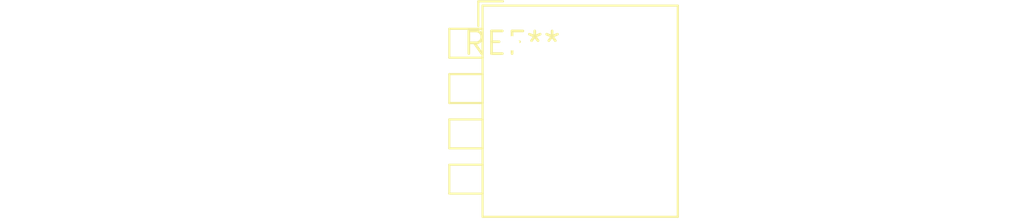
<source format=kicad_pcb>
(kicad_pcb (version 20240108) (generator pcbnew)
  (layers (0 "F.Cu" signal) (31 "B.Cu" signal) (34 "B.Paste" user) (35 "F.Paste" user) (36 "B.SilkS" user "B.Silkscreen") (37 "F.SilkS" user "F.Silkscreen") (38 "B.Mask" user) (39 "F.Mask" user) (44 "Edge.Cuts" user))
  (net 0 "")
  (footprint "SW_DIP_SPSTx04_Piano_10.8x11.72mm_W7.62mm_P2.54mm" (layer "F.Cu") (at 0 0)
    (property "Reference" "REF**")
    (property "Value" "SW_DIP_SPSTx04_Piano_10.8x11.72mm_W7.62mm_P2.54mm")
    (fp_line (start -3.51 -0.81) (end -3.51 0.81) (layer "F.SilkS") (stroke (width 0.12)))
    (fp_line (start -3.51 -0.81) (end -1.65 -0.81) (layer "F.SilkS") (stroke (width 0.12)))
    (fp_line (start -3.51 0.81) (end -1.65 0.81) (layer "F.SilkS") (stroke (width 0.12)))
    (fp_line (start -3.51 1.73) (end -3.51 3.35) (layer "F.SilkS") (stroke (width 0.12)))
    (fp_line (start -3.51 1.73) (end -1.65 1.73) (layer "F.SilkS") (stroke (width 0.12)))
    (fp_line (start -3.51 3.35) (end -1.65 3.35) (layer "F.SilkS") (stroke (width 0.12)))
    (fp_line (start -3.51 4.27) (end -3.51 5.89) (layer "F.SilkS") (stroke (width 0.12)))
    (fp_line (start -3.51 4.27) (end -1.65 4.27) (layer "F.SilkS") (stroke (width 0.12)))
    (fp_line (start -3.51 5.89) (end -1.65 5.89) (layer "F.SilkS") (stroke (width 0.12)))
    (fp_line (start -3.51 6.81) (end -3.51 8.43) (layer "F.SilkS") (stroke (width 0.12)))
    (fp_line (start -3.51 6.81) (end -1.65 6.81) (layer "F.SilkS") (stroke (width 0.12)))
    (fp_line (start -3.51 8.43) (end -1.65 8.43) (layer "F.SilkS") (stroke (width 0.12)))
    (fp_line (start -1.89 -2.35) (end -1.89 -0.967) (layer "F.SilkS") (stroke (width 0.12)))
    (fp_line (start -1.89 -2.35) (end -0.507 -2.35) (layer "F.SilkS") (stroke (width 0.12)))
    (fp_line (start -1.65 -2.11) (end -1.65 9.73) (layer "F.SilkS") (stroke (width 0.12)))
    (fp_line (start -1.65 -2.11) (end 9.27 -2.11) (layer "F.SilkS") (stroke (width 0.12)))
    (fp_line (start -1.65 -0.81) (end -1.65 0.81) (layer "F.SilkS") (stroke (width 0.12)))
    (fp_line (start -1.65 1.73) (end -1.65 3.35) (layer "F.SilkS") (stroke (width 0.12)))
    (fp_line (start -1.65 4.27) (end -1.65 5.89) (layer "F.SilkS") (stroke (width 0.12)))
    (fp_line (start -1.65 6.81) (end -1.65 8.43) (layer "F.SilkS") (stroke (width 0.12)))
    (fp_line (start -1.65 9.73) (end 9.27 9.73) (layer "F.SilkS") (stroke (width 0.12)))
    (fp_line (start 9.27 -2.11) (end 9.27 9.73) (layer "F.SilkS") (stroke (width 0.12)))
    (pad "1" thru_hole rect (at 0 0) (size 1.6 1.6) (drill 0.8) (layers *.Cu *.Mask) (remove_unused_layers))
    (pad "2" thru_hole oval (at 0 2.54) (size 1.6 1.6) (drill 0.8) (layers *.Cu *.Mask) (remove_unused_layers))
    (pad "3" thru_hole oval (at 0 5.08) (size 1.6 1.6) (drill 0.8) (layers *.Cu *.Mask) (remove_unused_layers))
    (pad "4" thru_hole oval (at 0 7.62) (size 1.6 1.6) (drill 0.8) (layers *.Cu *.Mask) (remove_unused_layers))
    (pad "5" thru_hole oval (at 7.62 7.62) (size 1.6 1.6) (drill 0.8) (layers *.Cu *.Mask) (remove_unused_layers))
    (pad "6" thru_hole oval (at 7.62 5.08) (size 1.6 1.6) (drill 0.8) (layers *.Cu *.Mask) (remove_unused_layers))
    (pad "7" thru_hole oval (at 7.62 2.54) (size 1.6 1.6) (drill 0.8) (layers *.Cu *.Mask) (remove_unused_layers))
    (pad "8" thru_hole oval (at 7.62 0) (size 1.6 1.6) (drill 0.8) (layers *.Cu *.Mask) (remove_unused_layers))
  )
)
</source>
